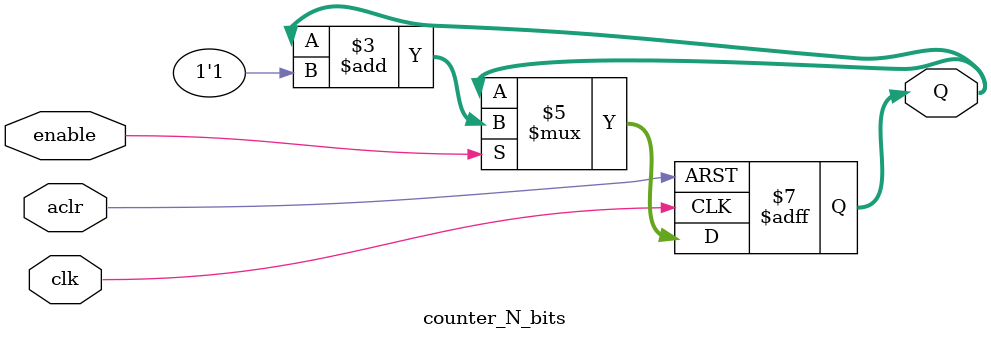
<source format=v>
module counter_N_bits
	#(parameter N=16)
	(input clk,aclr,enable,
	output reg [N-1:0] Q);
	
	always @(posedge clk, negedge aclr)
	if (!aclr) Q <= {N{1'b0}};
	else if (enable) Q <= Q + 1'b1;
	else Q <= Q;
	
endmodule
</source>
